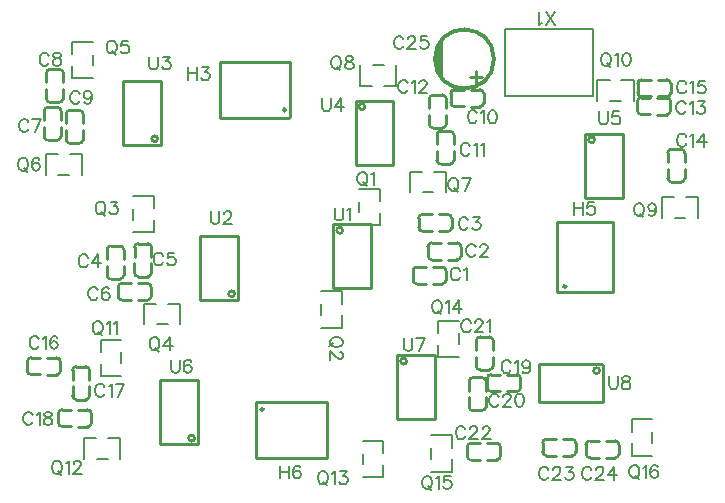
<source format=gto>
G04 Layer: TopSilkscreenLayer*
G04 EasyEDA v6.5.48, 2025-03-06 20:53:55*
G04 c2aac520c91a4c19a6c498b25d38bc05,84066bfdb5964fb78f634a0d0c1972bb,10*
G04 Gerber Generator version 0.2*
G04 Scale: 100 percent, Rotated: No, Reflected: No *
G04 Dimensions in millimeters *
G04 leading zeros omitted , absolute positions ,4 integer and 5 decimal *
%FSLAX45Y45*%
%MOMM*%

%ADD10C,0.1524*%
%ADD11C,0.2540*%
%ADD12C,0.3000*%

%LPD*%
D10*
X3385472Y3969349D02*
G01*
X3380138Y3979763D01*
X3369724Y3990177D01*
X3359564Y3995257D01*
X3338736Y3995257D01*
X3328322Y3990177D01*
X3317908Y3979763D01*
X3312574Y3969349D01*
X3307494Y3953855D01*
X3307494Y3927693D01*
X3312574Y3912199D01*
X3317908Y3901785D01*
X3328322Y3891371D01*
X3338736Y3886291D01*
X3359564Y3886291D01*
X3369724Y3891371D01*
X3380138Y3901785D01*
X3385472Y3912199D01*
X3424842Y3969349D02*
G01*
X3424842Y3974429D01*
X3430176Y3984843D01*
X3435256Y3990177D01*
X3445670Y3995257D01*
X3466498Y3995257D01*
X3476912Y3990177D01*
X3481992Y3984843D01*
X3487326Y3974429D01*
X3487326Y3964269D01*
X3481992Y3953855D01*
X3471578Y3938107D01*
X3419762Y3886291D01*
X3492406Y3886291D01*
X3589180Y3995257D02*
G01*
X3537110Y3995257D01*
X3532030Y3948521D01*
X3537110Y3953855D01*
X3552604Y3958935D01*
X3568352Y3958935D01*
X3583846Y3953855D01*
X3594260Y3943441D01*
X3599594Y3927693D01*
X3599594Y3917279D01*
X3594260Y3901785D01*
X3583846Y3891371D01*
X3568352Y3886291D01*
X3552604Y3886291D01*
X3537110Y3891371D01*
X3532030Y3896705D01*
X3526696Y3907119D01*
X300428Y1426933D02*
G01*
X295094Y1437347D01*
X284680Y1447761D01*
X274520Y1452841D01*
X253692Y1452841D01*
X243278Y1447761D01*
X232864Y1437347D01*
X227530Y1426933D01*
X222450Y1411185D01*
X222450Y1385277D01*
X227530Y1369783D01*
X232864Y1359369D01*
X243278Y1348955D01*
X253692Y1343875D01*
X274520Y1343875D01*
X284680Y1348955D01*
X295094Y1359369D01*
X300428Y1369783D01*
X334718Y1432013D02*
G01*
X345132Y1437347D01*
X360626Y1452841D01*
X360626Y1343875D01*
X457400Y1437347D02*
G01*
X452066Y1447761D01*
X436572Y1452841D01*
X426158Y1452841D01*
X410410Y1447761D01*
X400250Y1432013D01*
X394916Y1406105D01*
X394916Y1380197D01*
X400250Y1359369D01*
X410410Y1348955D01*
X426158Y1343875D01*
X431238Y1343875D01*
X446986Y1348955D01*
X457400Y1359369D01*
X462480Y1374863D01*
X462480Y1380197D01*
X457400Y1395691D01*
X446986Y1406105D01*
X431238Y1411185D01*
X426158Y1411185D01*
X410410Y1406105D01*
X400250Y1395691D01*
X394916Y1380197D01*
X5776226Y3418022D02*
G01*
X5770892Y3428438D01*
X5760478Y3438855D01*
X5750318Y3443930D01*
X5729490Y3443930D01*
X5719076Y3438855D01*
X5708662Y3428438D01*
X5703328Y3418022D01*
X5698248Y3402279D01*
X5698248Y3376371D01*
X5703328Y3360872D01*
X5708662Y3350463D01*
X5719076Y3340046D01*
X5729490Y3334964D01*
X5750318Y3334964D01*
X5760478Y3340046D01*
X5770892Y3350463D01*
X5776226Y3360872D01*
X5810516Y3423104D02*
G01*
X5820930Y3428438D01*
X5836424Y3443930D01*
X5836424Y3334964D01*
X5881128Y3443930D02*
G01*
X5938278Y3443930D01*
X5907036Y3402279D01*
X5922784Y3402279D01*
X5933198Y3397196D01*
X5938278Y3392114D01*
X5943358Y3376371D01*
X5943358Y3365954D01*
X5938278Y3350463D01*
X5927864Y3340046D01*
X5912370Y3334964D01*
X5896622Y3334964D01*
X5881128Y3340046D01*
X5876048Y3345129D01*
X5870714Y3355538D01*
X5781184Y3142101D02*
G01*
X5775850Y3152515D01*
X5765436Y3162929D01*
X5755276Y3168009D01*
X5734448Y3168009D01*
X5724034Y3162929D01*
X5713620Y3152515D01*
X5708286Y3142101D01*
X5703206Y3126353D01*
X5703206Y3100445D01*
X5708286Y3084951D01*
X5713620Y3074537D01*
X5724034Y3064123D01*
X5734448Y3059043D01*
X5755276Y3059043D01*
X5765436Y3064123D01*
X5775850Y3074537D01*
X5781184Y3084951D01*
X5815474Y3147181D02*
G01*
X5825888Y3152515D01*
X5841382Y3168009D01*
X5841382Y3059043D01*
X5927742Y3168009D02*
G01*
X5875672Y3095365D01*
X5953650Y3095365D01*
X5927742Y3168009D02*
G01*
X5927742Y3059043D01*
X5781906Y3591239D02*
G01*
X5776572Y3601653D01*
X5766158Y3612067D01*
X5755998Y3617147D01*
X5735170Y3617147D01*
X5724756Y3612067D01*
X5714342Y3601653D01*
X5709008Y3591239D01*
X5703928Y3575491D01*
X5703928Y3549583D01*
X5709008Y3534089D01*
X5714342Y3523675D01*
X5724756Y3513261D01*
X5735170Y3508181D01*
X5755998Y3508181D01*
X5766158Y3513261D01*
X5776572Y3523675D01*
X5781906Y3534089D01*
X5816196Y3596319D02*
G01*
X5826610Y3601653D01*
X5842104Y3617147D01*
X5842104Y3508181D01*
X5938878Y3617147D02*
G01*
X5886808Y3617147D01*
X5881728Y3570411D01*
X5886808Y3575491D01*
X5902302Y3580825D01*
X5918050Y3580825D01*
X5933544Y3575491D01*
X5943958Y3565331D01*
X5949038Y3549583D01*
X5949038Y3539169D01*
X5943958Y3523675D01*
X5933544Y3513261D01*
X5918050Y3508181D01*
X5902302Y3508181D01*
X5886808Y3513261D01*
X5881728Y3518341D01*
X5876394Y3528755D01*
X5044292Y3355690D02*
G01*
X5044292Y3277712D01*
X5049372Y3262218D01*
X5059786Y3251804D01*
X5075534Y3246724D01*
X5085948Y3246724D01*
X5101442Y3251804D01*
X5111856Y3262218D01*
X5116936Y3277712D01*
X5116936Y3355690D01*
X5213710Y3355690D02*
G01*
X5161640Y3355690D01*
X5156560Y3308954D01*
X5161640Y3314034D01*
X5177388Y3319368D01*
X5192882Y3319368D01*
X5208376Y3314034D01*
X5218790Y3303874D01*
X5224124Y3288126D01*
X5224124Y3277712D01*
X5218790Y3262218D01*
X5208376Y3251804D01*
X5192882Y3246724D01*
X5177388Y3246724D01*
X5161640Y3251804D01*
X5156560Y3256884D01*
X5151226Y3267298D01*
X3909542Y664024D02*
G01*
X3904208Y674438D01*
X3893794Y684852D01*
X3883634Y689932D01*
X3862806Y689932D01*
X3852392Y684852D01*
X3841978Y674438D01*
X3836644Y664024D01*
X3831564Y648276D01*
X3831564Y622368D01*
X3836644Y606874D01*
X3841978Y596460D01*
X3852392Y586046D01*
X3862806Y580966D01*
X3883634Y580966D01*
X3893794Y586046D01*
X3904208Y596460D01*
X3909542Y606874D01*
X3948912Y664024D02*
G01*
X3948912Y669104D01*
X3954246Y679518D01*
X3959326Y684852D01*
X3969740Y689932D01*
X3990568Y689932D01*
X4000982Y684852D01*
X4006062Y679518D01*
X4011396Y669104D01*
X4011396Y658690D01*
X4006062Y648276D01*
X3995648Y632782D01*
X3943832Y580966D01*
X4016476Y580966D01*
X4056100Y664024D02*
G01*
X4056100Y669104D01*
X4061180Y679518D01*
X4066514Y684852D01*
X4076674Y689932D01*
X4097502Y689932D01*
X4107916Y684852D01*
X4113250Y679518D01*
X4118330Y669104D01*
X4118330Y658690D01*
X4113250Y648276D01*
X4102836Y632782D01*
X4050766Y580966D01*
X4123664Y580966D01*
X4613384Y320758D02*
G01*
X4608050Y331172D01*
X4597636Y341586D01*
X4587476Y346666D01*
X4566648Y346666D01*
X4556234Y341586D01*
X4545820Y331172D01*
X4540486Y320758D01*
X4535406Y305010D01*
X4535406Y279102D01*
X4540486Y263608D01*
X4545820Y253194D01*
X4556234Y242780D01*
X4566648Y237700D01*
X4587476Y237700D01*
X4597636Y242780D01*
X4608050Y253194D01*
X4613384Y263608D01*
X4652754Y320758D02*
G01*
X4652754Y325838D01*
X4658088Y336252D01*
X4663168Y341586D01*
X4673582Y346666D01*
X4694410Y346666D01*
X4704824Y341586D01*
X4709904Y336252D01*
X4715238Y325838D01*
X4715238Y315424D01*
X4709904Y305010D01*
X4699490Y289516D01*
X4647674Y237700D01*
X4720318Y237700D01*
X4765022Y346666D02*
G01*
X4822172Y346666D01*
X4790930Y305010D01*
X4806678Y305010D01*
X4817092Y299930D01*
X4822172Y294850D01*
X4827506Y279102D01*
X4827506Y268688D01*
X4822172Y253194D01*
X4811758Y242780D01*
X4796264Y237700D01*
X4780516Y237700D01*
X4765022Y242780D01*
X4759942Y247860D01*
X4754608Y258274D01*
X4977655Y321510D02*
G01*
X4972321Y331924D01*
X4961907Y342338D01*
X4951747Y347418D01*
X4930919Y347418D01*
X4920505Y342338D01*
X4910091Y331924D01*
X4904757Y321510D01*
X4899677Y305762D01*
X4899677Y279854D01*
X4904757Y264360D01*
X4910091Y253946D01*
X4920505Y243532D01*
X4930919Y238452D01*
X4951747Y238452D01*
X4961907Y243532D01*
X4972321Y253946D01*
X4977655Y264360D01*
X5017025Y321510D02*
G01*
X5017025Y326590D01*
X5022359Y337004D01*
X5027439Y342338D01*
X5037853Y347418D01*
X5058681Y347418D01*
X5069095Y342338D01*
X5074175Y337004D01*
X5079509Y326590D01*
X5079509Y316176D01*
X5074175Y305762D01*
X5063761Y290268D01*
X5011945Y238452D01*
X5084589Y238452D01*
X5170949Y347418D02*
G01*
X5118879Y274774D01*
X5196857Y274774D01*
X5170949Y347418D02*
G01*
X5170949Y238452D01*
X5128900Y1113696D02*
G01*
X5128900Y1035718D01*
X5133980Y1020224D01*
X5144394Y1009810D01*
X5160142Y1004730D01*
X5170556Y1004730D01*
X5186050Y1009810D01*
X5196464Y1020224D01*
X5201544Y1035718D01*
X5201544Y1113696D01*
X5261996Y1113696D02*
G01*
X5246248Y1108616D01*
X5241168Y1098202D01*
X5241168Y1087788D01*
X5246248Y1077374D01*
X5256662Y1072040D01*
X5277490Y1066960D01*
X5292984Y1061880D01*
X5303398Y1051466D01*
X5308732Y1041052D01*
X5308732Y1025304D01*
X5303398Y1014890D01*
X5298318Y1009810D01*
X5282570Y1004730D01*
X5261996Y1004730D01*
X5246248Y1009810D01*
X5241168Y1014890D01*
X5235834Y1025304D01*
X5235834Y1041052D01*
X5241168Y1051466D01*
X5251582Y1061880D01*
X5267076Y1066960D01*
X5287904Y1072040D01*
X5298318Y1077374D01*
X5303398Y1087788D01*
X5303398Y1098202D01*
X5298318Y1108616D01*
X5282570Y1113696D01*
X5261996Y1113696D01*
X2345560Y357294D02*
G01*
X2345560Y248328D01*
X2418204Y357294D02*
G01*
X2418204Y248328D01*
X2345560Y305478D02*
G01*
X2418204Y305478D01*
X2514978Y341800D02*
G01*
X2509644Y352214D01*
X2494150Y357294D01*
X2483736Y357294D01*
X2468242Y352214D01*
X2457828Y336466D01*
X2452494Y310558D01*
X2452494Y284650D01*
X2457828Y263822D01*
X2468242Y253408D01*
X2483736Y248328D01*
X2489070Y248328D01*
X2504564Y253408D01*
X2514978Y263822D01*
X2520058Y279316D01*
X2520058Y284650D01*
X2514978Y300144D01*
X2504564Y310558D01*
X2489070Y315638D01*
X2483736Y315638D01*
X2468242Y310558D01*
X2457828Y300144D01*
X2452494Y284650D01*
X1566527Y3729634D02*
G01*
X1566527Y3620668D01*
X1639171Y3729634D02*
G01*
X1639171Y3620668D01*
X1566527Y3677818D02*
G01*
X1639171Y3677818D01*
X1683875Y3729634D02*
G01*
X1741025Y3729634D01*
X1709783Y3688232D01*
X1725277Y3688232D01*
X1735691Y3682898D01*
X1741025Y3677818D01*
X1746105Y3662070D01*
X1746105Y3651656D01*
X1741025Y3636162D01*
X1730611Y3625748D01*
X1715117Y3620668D01*
X1699369Y3620668D01*
X1683875Y3625748D01*
X1678541Y3631082D01*
X1673461Y3641496D01*
X3390021Y1440748D02*
G01*
X3390021Y1362770D01*
X3395101Y1347276D01*
X3405515Y1336862D01*
X3421263Y1331782D01*
X3431677Y1331782D01*
X3447171Y1336862D01*
X3457585Y1347276D01*
X3462665Y1362770D01*
X3462665Y1440748D01*
X3569853Y1440748D02*
G01*
X3517783Y1331782D01*
X3496955Y1440748D02*
G01*
X3569853Y1440748D01*
X1419753Y1252443D02*
G01*
X1419753Y1174465D01*
X1424833Y1158971D01*
X1435247Y1148557D01*
X1450995Y1143477D01*
X1461409Y1143477D01*
X1476903Y1148557D01*
X1487317Y1158971D01*
X1492397Y1174465D01*
X1492397Y1252443D01*
X1589171Y1236949D02*
G01*
X1583837Y1247363D01*
X1568343Y1252443D01*
X1557929Y1252443D01*
X1542435Y1247363D01*
X1532021Y1231615D01*
X1526687Y1205707D01*
X1526687Y1179799D01*
X1532021Y1158971D01*
X1542435Y1148557D01*
X1557929Y1143477D01*
X1563263Y1143477D01*
X1578757Y1148557D01*
X1589171Y1158971D01*
X1594251Y1174465D01*
X1594251Y1179799D01*
X1589171Y1195293D01*
X1578757Y1205707D01*
X1563263Y1210787D01*
X1557929Y1210787D01*
X1542435Y1205707D01*
X1532021Y1195293D01*
X1526687Y1179799D01*
X2700258Y3466416D02*
G01*
X2700258Y3388438D01*
X2705338Y3372944D01*
X2715752Y3362530D01*
X2731500Y3357450D01*
X2741914Y3357450D01*
X2757408Y3362530D01*
X2767822Y3372944D01*
X2772902Y3388438D01*
X2772902Y3466416D01*
X2859262Y3466416D02*
G01*
X2807192Y3393772D01*
X2885170Y3393772D01*
X2859262Y3466416D02*
G01*
X2859262Y3357450D01*
X1236134Y3820759D02*
G01*
X1236134Y3742781D01*
X1241214Y3727287D01*
X1251628Y3716873D01*
X1267376Y3711793D01*
X1277790Y3711793D01*
X1293284Y3716873D01*
X1303698Y3727287D01*
X1308778Y3742781D01*
X1308778Y3820759D01*
X1353482Y3820759D02*
G01*
X1410632Y3820759D01*
X1379644Y3779103D01*
X1395138Y3779103D01*
X1405552Y3774023D01*
X1410632Y3768943D01*
X1415966Y3753195D01*
X1415966Y3742781D01*
X1410632Y3727287D01*
X1400218Y3716873D01*
X1384724Y3711793D01*
X1369230Y3711793D01*
X1353482Y3716873D01*
X1348402Y3721953D01*
X1343068Y3732367D01*
X1755533Y2513550D02*
G01*
X1755533Y2435572D01*
X1760613Y2420078D01*
X1771027Y2409664D01*
X1786775Y2404584D01*
X1797189Y2404584D01*
X1812683Y2409664D01*
X1823097Y2420078D01*
X1828177Y2435572D01*
X1828177Y2513550D01*
X1867801Y2487642D02*
G01*
X1867801Y2492722D01*
X1872881Y2503136D01*
X1878215Y2508470D01*
X1888629Y2513550D01*
X1909203Y2513550D01*
X1919617Y2508470D01*
X1924951Y2503136D01*
X1930031Y2492722D01*
X1930031Y2482308D01*
X1924951Y2471894D01*
X1914537Y2456400D01*
X1862467Y2404584D01*
X1935365Y2404584D01*
X2804322Y2541668D02*
G01*
X2804322Y2463690D01*
X2809402Y2448196D01*
X2819816Y2437782D01*
X2835564Y2432702D01*
X2845978Y2432702D01*
X2861472Y2437782D01*
X2871886Y2448196D01*
X2876966Y2463690D01*
X2876966Y2541668D01*
X2911256Y2520840D02*
G01*
X2921670Y2526174D01*
X2937418Y2541668D01*
X2937418Y2432702D01*
X3955127Y1568716D02*
G01*
X3949793Y1579130D01*
X3939379Y1589544D01*
X3929219Y1594624D01*
X3908391Y1594624D01*
X3897977Y1589544D01*
X3887563Y1579130D01*
X3882229Y1568716D01*
X3877149Y1552968D01*
X3877149Y1527060D01*
X3882229Y1511566D01*
X3887563Y1501152D01*
X3897977Y1490738D01*
X3908391Y1485658D01*
X3929219Y1485658D01*
X3939379Y1490738D01*
X3949793Y1501152D01*
X3955127Y1511566D01*
X3994497Y1568716D02*
G01*
X3994497Y1573796D01*
X3999831Y1584210D01*
X4004911Y1589544D01*
X4015325Y1594624D01*
X4036153Y1594624D01*
X4046567Y1589544D01*
X4051647Y1584210D01*
X4056981Y1573796D01*
X4056981Y1563382D01*
X4051647Y1552968D01*
X4041233Y1537474D01*
X3989417Y1485658D01*
X4062061Y1485658D01*
X4096351Y1573796D02*
G01*
X4106765Y1579130D01*
X4122259Y1594624D01*
X4122259Y1485658D01*
X4192757Y940318D02*
G01*
X4187423Y950732D01*
X4177009Y961146D01*
X4166849Y966226D01*
X4146021Y966226D01*
X4135607Y961146D01*
X4125193Y950732D01*
X4119859Y940318D01*
X4114779Y924570D01*
X4114779Y898662D01*
X4119859Y883168D01*
X4125193Y872754D01*
X4135607Y862340D01*
X4146021Y857260D01*
X4166849Y857260D01*
X4177009Y862340D01*
X4187423Y872754D01*
X4192757Y883168D01*
X4232127Y940318D02*
G01*
X4232127Y945398D01*
X4237461Y955812D01*
X4242541Y961146D01*
X4252955Y966226D01*
X4273783Y966226D01*
X4284197Y961146D01*
X4289277Y955812D01*
X4294611Y945398D01*
X4294611Y934984D01*
X4289277Y924570D01*
X4278863Y909076D01*
X4227047Y857260D01*
X4299691Y857260D01*
X4365223Y966226D02*
G01*
X4349729Y961146D01*
X4339315Y945398D01*
X4333981Y919490D01*
X4333981Y903996D01*
X4339315Y877834D01*
X4349729Y862340D01*
X4365223Y857260D01*
X4375637Y857260D01*
X4391131Y862340D01*
X4401545Y877834D01*
X4406879Y903996D01*
X4406879Y919490D01*
X4401545Y945398D01*
X4391131Y961146D01*
X4375637Y966226D01*
X4365223Y966226D01*
X4297083Y1222601D02*
G01*
X4291749Y1233015D01*
X4281335Y1243429D01*
X4271175Y1248509D01*
X4250347Y1248509D01*
X4239933Y1243429D01*
X4229519Y1233015D01*
X4224185Y1222601D01*
X4219105Y1206853D01*
X4219105Y1180945D01*
X4224185Y1165451D01*
X4229519Y1155037D01*
X4239933Y1144623D01*
X4250347Y1139543D01*
X4271175Y1139543D01*
X4281335Y1144623D01*
X4291749Y1155037D01*
X4297083Y1165451D01*
X4331373Y1227681D02*
G01*
X4341787Y1233015D01*
X4357281Y1248509D01*
X4357281Y1139543D01*
X4459135Y1212187D02*
G01*
X4454055Y1196693D01*
X4443641Y1186279D01*
X4427893Y1180945D01*
X4422813Y1180945D01*
X4407065Y1186279D01*
X4396905Y1196693D01*
X4391571Y1212187D01*
X4391571Y1217267D01*
X4396905Y1233015D01*
X4407065Y1243429D01*
X4422813Y1248509D01*
X4427893Y1248509D01*
X4443641Y1243429D01*
X4454055Y1233015D01*
X4459135Y1212187D01*
X4459135Y1186279D01*
X4454055Y1160117D01*
X4443641Y1144623D01*
X4427893Y1139543D01*
X4417479Y1139543D01*
X4401985Y1144623D01*
X4396905Y1155037D01*
X246034Y783948D02*
G01*
X240700Y794362D01*
X230286Y804776D01*
X220126Y809856D01*
X199298Y809856D01*
X188884Y804776D01*
X178470Y794362D01*
X173136Y783948D01*
X168056Y768200D01*
X168056Y742292D01*
X173136Y726798D01*
X178470Y716384D01*
X188884Y705970D01*
X199298Y700890D01*
X220126Y700890D01*
X230286Y705970D01*
X240700Y716384D01*
X246034Y726798D01*
X280324Y789028D02*
G01*
X290738Y794362D01*
X306232Y809856D01*
X306232Y700890D01*
X366430Y809856D02*
G01*
X350936Y804776D01*
X345856Y794362D01*
X345856Y783948D01*
X350936Y773534D01*
X361350Y768200D01*
X382178Y763120D01*
X397672Y758040D01*
X408086Y747626D01*
X413166Y737212D01*
X413166Y721464D01*
X408086Y711050D01*
X403006Y705970D01*
X387258Y700890D01*
X366430Y700890D01*
X350936Y705970D01*
X345856Y711050D01*
X340522Y721464D01*
X340522Y737212D01*
X345856Y747626D01*
X356016Y758040D01*
X371764Y763120D01*
X392592Y768200D01*
X403006Y773534D01*
X408086Y783948D01*
X408086Y794362D01*
X403006Y804776D01*
X387258Y809856D01*
X366430Y809856D01*
X855207Y1023853D02*
G01*
X849873Y1034267D01*
X839459Y1044681D01*
X829299Y1049761D01*
X808471Y1049761D01*
X798057Y1044681D01*
X787643Y1034267D01*
X782309Y1023853D01*
X777229Y1008105D01*
X777229Y982197D01*
X782309Y966703D01*
X787643Y956289D01*
X798057Y945875D01*
X808471Y940795D01*
X829299Y940795D01*
X839459Y945875D01*
X849873Y956289D01*
X855207Y966703D01*
X889497Y1028933D02*
G01*
X899911Y1034267D01*
X915405Y1049761D01*
X915405Y940795D01*
X1022339Y1049761D02*
G01*
X970523Y940795D01*
X949695Y1049761D02*
G01*
X1022339Y1049761D01*
X3421453Y3594920D02*
G01*
X3416119Y3605334D01*
X3405705Y3615748D01*
X3395545Y3620828D01*
X3374717Y3620828D01*
X3364303Y3615748D01*
X3353889Y3605334D01*
X3348555Y3594920D01*
X3343475Y3579172D01*
X3343475Y3553264D01*
X3348555Y3537770D01*
X3353889Y3527356D01*
X3364303Y3516942D01*
X3374717Y3511862D01*
X3395545Y3511862D01*
X3405705Y3516942D01*
X3416119Y3527356D01*
X3421453Y3537770D01*
X3455743Y3600000D02*
G01*
X3466157Y3605334D01*
X3481651Y3620828D01*
X3481651Y3511862D01*
X3521275Y3594920D02*
G01*
X3521275Y3600000D01*
X3526355Y3610414D01*
X3531435Y3615748D01*
X3541849Y3620828D01*
X3562677Y3620828D01*
X3573091Y3615748D01*
X3578425Y3610414D01*
X3583505Y3600000D01*
X3583505Y3589586D01*
X3578425Y3579172D01*
X3568011Y3563678D01*
X3515941Y3511862D01*
X3588585Y3511862D01*
X3947812Y3064720D02*
G01*
X3942478Y3075134D01*
X3932064Y3085548D01*
X3921904Y3090628D01*
X3901076Y3090628D01*
X3890662Y3085548D01*
X3880248Y3075134D01*
X3874914Y3064720D01*
X3869834Y3048972D01*
X3869834Y3023064D01*
X3874914Y3007570D01*
X3880248Y2997156D01*
X3890662Y2986742D01*
X3901076Y2981662D01*
X3921904Y2981662D01*
X3932064Y2986742D01*
X3942478Y2997156D01*
X3947812Y3007570D01*
X3982102Y3069800D02*
G01*
X3992516Y3075134D01*
X4008010Y3090628D01*
X4008010Y2981662D01*
X4042300Y3069800D02*
G01*
X4052714Y3075134D01*
X4068208Y3090628D01*
X4068208Y2981662D01*
X4010444Y3339358D02*
G01*
X4005110Y3349772D01*
X3994696Y3360186D01*
X3984536Y3365266D01*
X3963708Y3365266D01*
X3953294Y3360186D01*
X3942880Y3349772D01*
X3937546Y3339358D01*
X3932466Y3323610D01*
X3932466Y3297702D01*
X3937546Y3282208D01*
X3942880Y3271794D01*
X3953294Y3261380D01*
X3963708Y3256300D01*
X3984536Y3256300D01*
X3994696Y3261380D01*
X4005110Y3271794D01*
X4010444Y3282208D01*
X4044734Y3344438D02*
G01*
X4055148Y3349772D01*
X4070642Y3365266D01*
X4070642Y3256300D01*
X4136174Y3365266D02*
G01*
X4120426Y3360186D01*
X4110266Y3344438D01*
X4104932Y3318530D01*
X4104932Y3303036D01*
X4110266Y3276874D01*
X4120426Y3261380D01*
X4136174Y3256300D01*
X4146588Y3256300D01*
X4162082Y3261380D01*
X4172496Y3276874D01*
X4177576Y3303036D01*
X4177576Y3318530D01*
X4172496Y3344438D01*
X4162082Y3360186D01*
X4146588Y3365266D01*
X4136174Y3365266D01*
X644812Y3505306D02*
G01*
X639478Y3515720D01*
X629064Y3526134D01*
X618904Y3531214D01*
X598076Y3531214D01*
X587662Y3526134D01*
X577248Y3515720D01*
X571914Y3505306D01*
X566834Y3489558D01*
X566834Y3463650D01*
X571914Y3448156D01*
X577248Y3437742D01*
X587662Y3427328D01*
X598076Y3422248D01*
X618904Y3422248D01*
X629064Y3427328D01*
X639478Y3437742D01*
X644812Y3448156D01*
X746666Y3494892D02*
G01*
X741332Y3479398D01*
X730918Y3468984D01*
X715424Y3463650D01*
X710344Y3463650D01*
X694596Y3468984D01*
X684182Y3479398D01*
X679102Y3494892D01*
X679102Y3499972D01*
X684182Y3515720D01*
X694596Y3526134D01*
X710344Y3531214D01*
X715424Y3531214D01*
X730918Y3526134D01*
X741332Y3515720D01*
X746666Y3494892D01*
X746666Y3468984D01*
X741332Y3442822D01*
X730918Y3427328D01*
X715424Y3422248D01*
X705010Y3422248D01*
X689516Y3427328D01*
X684182Y3437742D01*
X383814Y3827449D02*
G01*
X378480Y3837863D01*
X368066Y3848277D01*
X357906Y3853357D01*
X337078Y3853357D01*
X326664Y3848277D01*
X316250Y3837863D01*
X310916Y3827449D01*
X305836Y3811701D01*
X305836Y3785793D01*
X310916Y3770299D01*
X316250Y3759885D01*
X326664Y3749471D01*
X337078Y3744391D01*
X357906Y3744391D01*
X368066Y3749471D01*
X378480Y3759885D01*
X383814Y3770299D01*
X444012Y3853357D02*
G01*
X428518Y3848277D01*
X423184Y3837863D01*
X423184Y3827449D01*
X428518Y3817035D01*
X438932Y3811701D01*
X459506Y3806621D01*
X475254Y3801541D01*
X485668Y3791127D01*
X490748Y3780713D01*
X490748Y3764965D01*
X485668Y3754551D01*
X480334Y3749471D01*
X464840Y3744391D01*
X444012Y3744391D01*
X428518Y3749471D01*
X423184Y3754551D01*
X418104Y3764965D01*
X418104Y3780713D01*
X423184Y3791127D01*
X433598Y3801541D01*
X449346Y3806621D01*
X469920Y3811701D01*
X480334Y3817035D01*
X485668Y3827449D01*
X485668Y3837863D01*
X480334Y3848277D01*
X464840Y3853357D01*
X444012Y3853357D01*
X210891Y3265855D02*
G01*
X205557Y3276269D01*
X195143Y3286683D01*
X184983Y3291763D01*
X164155Y3291763D01*
X153741Y3286683D01*
X143327Y3276269D01*
X137993Y3265855D01*
X132913Y3250107D01*
X132913Y3224199D01*
X137993Y3208705D01*
X143327Y3198291D01*
X153741Y3187877D01*
X164155Y3182797D01*
X184983Y3182797D01*
X195143Y3187877D01*
X205557Y3198291D01*
X210891Y3208705D01*
X317825Y3291763D02*
G01*
X266009Y3182797D01*
X245181Y3291763D02*
G01*
X317825Y3291763D01*
X797318Y1840057D02*
G01*
X791984Y1850471D01*
X781570Y1860885D01*
X771410Y1865965D01*
X750582Y1865965D01*
X740168Y1860885D01*
X729754Y1850471D01*
X724420Y1840057D01*
X719340Y1824309D01*
X719340Y1798401D01*
X724420Y1782907D01*
X729754Y1772493D01*
X740168Y1762079D01*
X750582Y1756999D01*
X771410Y1756999D01*
X781570Y1762079D01*
X791984Y1772493D01*
X797318Y1782907D01*
X893838Y1850471D02*
G01*
X888758Y1860885D01*
X873010Y1865965D01*
X862850Y1865965D01*
X847102Y1860885D01*
X836688Y1845137D01*
X831608Y1819229D01*
X831608Y1793321D01*
X836688Y1772493D01*
X847102Y1762079D01*
X862850Y1756999D01*
X867930Y1756999D01*
X883424Y1762079D01*
X893838Y1772493D01*
X899172Y1787987D01*
X899172Y1793321D01*
X893838Y1808815D01*
X883424Y1819229D01*
X867930Y1824309D01*
X862850Y1824309D01*
X847102Y1819229D01*
X836688Y1808815D01*
X831608Y1793321D01*
X1350096Y2135725D02*
G01*
X1344762Y2146139D01*
X1334348Y2156553D01*
X1324188Y2161633D01*
X1303360Y2161633D01*
X1292946Y2156553D01*
X1282532Y2146139D01*
X1277198Y2135725D01*
X1272118Y2119977D01*
X1272118Y2094069D01*
X1277198Y2078575D01*
X1282532Y2068161D01*
X1292946Y2057747D01*
X1303360Y2052667D01*
X1324188Y2052667D01*
X1334348Y2057747D01*
X1344762Y2068161D01*
X1350096Y2078575D01*
X1446616Y2161633D02*
G01*
X1394800Y2161633D01*
X1389466Y2114897D01*
X1394800Y2119977D01*
X1410294Y2125311D01*
X1425788Y2125311D01*
X1441536Y2119977D01*
X1451950Y2109817D01*
X1457030Y2094069D01*
X1457030Y2083655D01*
X1451950Y2068161D01*
X1441536Y2057747D01*
X1425788Y2052667D01*
X1410294Y2052667D01*
X1394800Y2057747D01*
X1389466Y2062827D01*
X1384386Y2073241D01*
X716112Y2118873D02*
G01*
X710778Y2129287D01*
X700364Y2139701D01*
X690204Y2144781D01*
X669376Y2144781D01*
X658962Y2139701D01*
X648548Y2129287D01*
X643214Y2118873D01*
X638134Y2103125D01*
X638134Y2077217D01*
X643214Y2061723D01*
X648548Y2051309D01*
X658962Y2040895D01*
X669376Y2035815D01*
X690204Y2035815D01*
X700364Y2040895D01*
X710778Y2051309D01*
X716112Y2061723D01*
X802218Y2144781D02*
G01*
X750402Y2072137D01*
X828380Y2072137D01*
X802218Y2144781D02*
G01*
X802218Y2035815D01*
X3934150Y2435644D02*
G01*
X3928816Y2446058D01*
X3918402Y2456472D01*
X3908242Y2461552D01*
X3887414Y2461552D01*
X3877000Y2456472D01*
X3866586Y2446058D01*
X3861252Y2435644D01*
X3856172Y2419896D01*
X3856172Y2393988D01*
X3861252Y2378494D01*
X3866586Y2368080D01*
X3877000Y2357666D01*
X3887414Y2352586D01*
X3908242Y2352586D01*
X3918402Y2357666D01*
X3928816Y2368080D01*
X3934150Y2378494D01*
X3978854Y2461552D02*
G01*
X4036004Y2461552D01*
X4004762Y2419896D01*
X4020256Y2419896D01*
X4030670Y2414816D01*
X4036004Y2409736D01*
X4041084Y2393988D01*
X4041084Y2383574D01*
X4036004Y2368080D01*
X4025590Y2357666D01*
X4009842Y2352586D01*
X3994348Y2352586D01*
X3978854Y2357666D01*
X3973520Y2362746D01*
X3968440Y2373160D01*
X3996921Y2206063D02*
G01*
X3991587Y2216477D01*
X3981173Y2226891D01*
X3971013Y2231971D01*
X3950185Y2231971D01*
X3939771Y2226891D01*
X3929357Y2216477D01*
X3924023Y2206063D01*
X3918943Y2190315D01*
X3918943Y2164407D01*
X3924023Y2148913D01*
X3929357Y2138499D01*
X3939771Y2128085D01*
X3950185Y2123005D01*
X3971013Y2123005D01*
X3981173Y2128085D01*
X3991587Y2138499D01*
X3996921Y2148913D01*
X4036291Y2206063D02*
G01*
X4036291Y2211143D01*
X4041625Y2221557D01*
X4046705Y2226891D01*
X4057119Y2231971D01*
X4077947Y2231971D01*
X4088361Y2226891D01*
X4093441Y2221557D01*
X4098775Y2211143D01*
X4098775Y2200729D01*
X4093441Y2190315D01*
X4083027Y2174821D01*
X4031211Y2123005D01*
X4103855Y2123005D01*
X3863390Y2007941D02*
G01*
X3858056Y2018355D01*
X3847642Y2028769D01*
X3837482Y2033849D01*
X3816654Y2033849D01*
X3806240Y2028769D01*
X3795826Y2018355D01*
X3790492Y2007941D01*
X3785412Y1992193D01*
X3785412Y1966285D01*
X3790492Y1950791D01*
X3795826Y1940377D01*
X3806240Y1929963D01*
X3816654Y1924883D01*
X3837482Y1924883D01*
X3847642Y1929963D01*
X3858056Y1940377D01*
X3863390Y1950791D01*
X3897680Y2013021D02*
G01*
X3908094Y2018355D01*
X3923588Y2033849D01*
X3923588Y1924883D01*
X4832139Y2589232D02*
G01*
X4832139Y2480266D01*
X4905037Y2589232D02*
G01*
X4905037Y2480266D01*
X4832139Y2537416D02*
G01*
X4905037Y2537416D01*
X5001557Y2589232D02*
G01*
X4949487Y2589232D01*
X4944407Y2542496D01*
X4949487Y2547830D01*
X4965235Y2552910D01*
X4980729Y2552910D01*
X4996477Y2547830D01*
X5006637Y2537416D01*
X5011971Y2521922D01*
X5011971Y2511508D01*
X5006637Y2495760D01*
X4996477Y2485346D01*
X4980729Y2480266D01*
X4965235Y2480266D01*
X4949487Y2485346D01*
X4944407Y2490680D01*
X4939327Y2501094D01*
X5330997Y361279D02*
G01*
X5320583Y355945D01*
X5310169Y345531D01*
X5305089Y335117D01*
X5299755Y319623D01*
X5299755Y293715D01*
X5305089Y277967D01*
X5310169Y267553D01*
X5320583Y257393D01*
X5330997Y252059D01*
X5351825Y252059D01*
X5362239Y257393D01*
X5372653Y267553D01*
X5377733Y277967D01*
X5383067Y293715D01*
X5383067Y319623D01*
X5377733Y335117D01*
X5372653Y345531D01*
X5362239Y355945D01*
X5351825Y361279D01*
X5330997Y361279D01*
X5346491Y272887D02*
G01*
X5377733Y241645D01*
X5417357Y340451D02*
G01*
X5427771Y345531D01*
X5443265Y361279D01*
X5443265Y252059D01*
X5539785Y345531D02*
G01*
X5534705Y355945D01*
X5519211Y361279D01*
X5508797Y361279D01*
X5493049Y355945D01*
X5482635Y340451D01*
X5477555Y314543D01*
X5477555Y288381D01*
X5482635Y267553D01*
X5493049Y257393D01*
X5508797Y252059D01*
X5513877Y252059D01*
X5529371Y257393D01*
X5539785Y267553D01*
X5545119Y283301D01*
X5545119Y288381D01*
X5539785Y304129D01*
X5529371Y314543D01*
X5513877Y319623D01*
X5508797Y319623D01*
X5493049Y314543D01*
X5482635Y304129D01*
X5477555Y288381D01*
X3576520Y269328D02*
G01*
X3566106Y264248D01*
X3555692Y253834D01*
X3550358Y243420D01*
X3545278Y227926D01*
X3545278Y201764D01*
X3550358Y186270D01*
X3555692Y175856D01*
X3566106Y165442D01*
X3576520Y160362D01*
X3597094Y160362D01*
X3607508Y165442D01*
X3617922Y175856D01*
X3623256Y186270D01*
X3628336Y201764D01*
X3628336Y227926D01*
X3623256Y243420D01*
X3617922Y253834D01*
X3607508Y264248D01*
X3597094Y269328D01*
X3576520Y269328D01*
X3592014Y180936D02*
G01*
X3623256Y149948D01*
X3662626Y248500D02*
G01*
X3673040Y253834D01*
X3688534Y269328D01*
X3688534Y160362D01*
X3785308Y269328D02*
G01*
X3733238Y269328D01*
X3728158Y222592D01*
X3733238Y227926D01*
X3748986Y233006D01*
X3764480Y233006D01*
X3779974Y227926D01*
X3790388Y217512D01*
X3795722Y201764D01*
X3795722Y191350D01*
X3790388Y175856D01*
X3779974Y165442D01*
X3764480Y160362D01*
X3748986Y160362D01*
X3733238Y165442D01*
X3728158Y170776D01*
X3722824Y180936D01*
X3660198Y1756300D02*
G01*
X3649784Y1751220D01*
X3639370Y1740806D01*
X3634290Y1730392D01*
X3629210Y1714898D01*
X3629210Y1688736D01*
X3634290Y1673242D01*
X3639370Y1662828D01*
X3649784Y1652414D01*
X3660198Y1647334D01*
X3681026Y1647334D01*
X3691440Y1652414D01*
X3701854Y1662828D01*
X3706934Y1673242D01*
X3712268Y1688736D01*
X3712268Y1714898D01*
X3706934Y1730392D01*
X3701854Y1740806D01*
X3691440Y1751220D01*
X3681026Y1756300D01*
X3660198Y1756300D01*
X3675946Y1668162D02*
G01*
X3706934Y1636920D01*
X3746558Y1735472D02*
G01*
X3756972Y1740806D01*
X3772466Y1756300D01*
X3772466Y1647334D01*
X3858826Y1756300D02*
G01*
X3806756Y1683656D01*
X3884734Y1683656D01*
X3858826Y1756300D02*
G01*
X3858826Y1647334D01*
X2694124Y309204D02*
G01*
X2683710Y304124D01*
X2673296Y293710D01*
X2667962Y283296D01*
X2662882Y267802D01*
X2662882Y241640D01*
X2667962Y226146D01*
X2673296Y215732D01*
X2683710Y205318D01*
X2694124Y200238D01*
X2714952Y200238D01*
X2725112Y205318D01*
X2735526Y215732D01*
X2740860Y226146D01*
X2745940Y241640D01*
X2745940Y267802D01*
X2740860Y283296D01*
X2735526Y293710D01*
X2725112Y304124D01*
X2714952Y309204D01*
X2694124Y309204D01*
X2709618Y220812D02*
G01*
X2740860Y189824D01*
X2780230Y288376D02*
G01*
X2790644Y293710D01*
X2806392Y309204D01*
X2806392Y200238D01*
X2850842Y309204D02*
G01*
X2907992Y309204D01*
X2877004Y267802D01*
X2892498Y267802D01*
X2902912Y262468D01*
X2907992Y257388D01*
X2913326Y241640D01*
X2913326Y231226D01*
X2907992Y215732D01*
X2897832Y205318D01*
X2882084Y200238D01*
X2866590Y200238D01*
X2850842Y205318D01*
X2845762Y210652D01*
X2840682Y220812D01*
X442371Y397789D02*
G01*
X431957Y392455D01*
X421543Y382041D01*
X416463Y371627D01*
X411129Y356133D01*
X411129Y330225D01*
X416463Y314477D01*
X421543Y304063D01*
X431957Y293649D01*
X442371Y288569D01*
X463199Y288569D01*
X473613Y293649D01*
X484027Y304063D01*
X489107Y314477D01*
X494441Y330225D01*
X494441Y356133D01*
X489107Y371627D01*
X484027Y382041D01*
X473613Y392455D01*
X463199Y397789D01*
X442371Y397789D01*
X457865Y309397D02*
G01*
X489107Y278155D01*
X528731Y376961D02*
G01*
X538891Y382041D01*
X554639Y397789D01*
X554639Y288569D01*
X594009Y371627D02*
G01*
X594009Y376961D01*
X599343Y387375D01*
X604423Y392455D01*
X614837Y397789D01*
X635665Y397789D01*
X646079Y392455D01*
X651159Y387375D01*
X656493Y376961D01*
X656493Y366547D01*
X651159Y356133D01*
X640745Y340639D01*
X588929Y288569D01*
X661573Y288569D01*
X787991Y1578894D02*
G01*
X777577Y1573814D01*
X767163Y1563400D01*
X761829Y1552986D01*
X756749Y1537492D01*
X756749Y1511330D01*
X761829Y1495836D01*
X767163Y1485422D01*
X777577Y1475008D01*
X787991Y1469928D01*
X808819Y1469928D01*
X818979Y1475008D01*
X829393Y1485422D01*
X834727Y1495836D01*
X839807Y1511330D01*
X839807Y1537492D01*
X834727Y1552986D01*
X829393Y1563400D01*
X818979Y1573814D01*
X808819Y1578894D01*
X787991Y1578894D01*
X803485Y1490756D02*
G01*
X834727Y1459514D01*
X874097Y1558066D02*
G01*
X884511Y1563400D01*
X900259Y1578894D01*
X900259Y1469928D01*
X934549Y1558066D02*
G01*
X944709Y1563400D01*
X960457Y1578894D01*
X960457Y1469928D01*
X5090424Y3850634D02*
G01*
X5080010Y3845300D01*
X5069596Y3834886D01*
X5064516Y3824472D01*
X5059182Y3808978D01*
X5059182Y3783070D01*
X5064516Y3767322D01*
X5069596Y3756908D01*
X5080010Y3746494D01*
X5090424Y3741414D01*
X5111252Y3741414D01*
X5121666Y3746494D01*
X5132080Y3756908D01*
X5137160Y3767322D01*
X5142494Y3783070D01*
X5142494Y3808978D01*
X5137160Y3824472D01*
X5132080Y3834886D01*
X5121666Y3845300D01*
X5111252Y3850634D01*
X5090424Y3850634D01*
X5105918Y3762242D02*
G01*
X5137160Y3731000D01*
X5176784Y3829806D02*
G01*
X5186944Y3834886D01*
X5202692Y3850634D01*
X5202692Y3741414D01*
X5268224Y3850634D02*
G01*
X5252476Y3845300D01*
X5242062Y3829806D01*
X5236982Y3803644D01*
X5236982Y3788150D01*
X5242062Y3762242D01*
X5252476Y3746494D01*
X5268224Y3741414D01*
X5278384Y3741414D01*
X5294132Y3746494D01*
X5304546Y3762242D01*
X5309626Y3788150D01*
X5309626Y3803644D01*
X5304546Y3829806D01*
X5294132Y3845300D01*
X5278384Y3850634D01*
X5268224Y3850634D01*
X5370283Y2579103D02*
G01*
X5359869Y2573769D01*
X5349455Y2563609D01*
X5344121Y2553195D01*
X5339041Y2537447D01*
X5339041Y2511539D01*
X5344121Y2496045D01*
X5349455Y2485631D01*
X5359869Y2475217D01*
X5370283Y2469883D01*
X5390857Y2469883D01*
X5401271Y2475217D01*
X5411685Y2485631D01*
X5417019Y2496045D01*
X5422099Y2511539D01*
X5422099Y2537447D01*
X5417019Y2553195D01*
X5411685Y2563609D01*
X5401271Y2573769D01*
X5390857Y2579103D01*
X5370283Y2579103D01*
X5385777Y2490711D02*
G01*
X5417019Y2459469D01*
X5523953Y2542781D02*
G01*
X5518873Y2527033D01*
X5508459Y2516619D01*
X5492711Y2511539D01*
X5487631Y2511539D01*
X5472137Y2516619D01*
X5461723Y2527033D01*
X5456389Y2542781D01*
X5456389Y2547861D01*
X5461723Y2563609D01*
X5472137Y2573769D01*
X5487631Y2579103D01*
X5492711Y2579103D01*
X5508459Y2573769D01*
X5518873Y2563609D01*
X5523953Y2542781D01*
X5523953Y2516619D01*
X5518873Y2490711D01*
X5508459Y2475217D01*
X5492711Y2469883D01*
X5482297Y2469883D01*
X5466803Y2475217D01*
X5461723Y2485631D01*
X2805917Y3824003D02*
G01*
X2795503Y3818669D01*
X2785089Y3808509D01*
X2780009Y3798095D01*
X2774675Y3782347D01*
X2774675Y3756439D01*
X2780009Y3740945D01*
X2785089Y3730531D01*
X2795503Y3720117D01*
X2805917Y3714783D01*
X2826745Y3714783D01*
X2837159Y3720117D01*
X2847319Y3730531D01*
X2852653Y3740945D01*
X2857733Y3756439D01*
X2857733Y3782347D01*
X2852653Y3798095D01*
X2847319Y3808509D01*
X2837159Y3818669D01*
X2826745Y3824003D01*
X2805917Y3824003D01*
X2821411Y3735611D02*
G01*
X2852653Y3704369D01*
X2918185Y3824003D02*
G01*
X2902437Y3818669D01*
X2897357Y3808509D01*
X2897357Y3798095D01*
X2902437Y3787681D01*
X2912851Y3782347D01*
X2933679Y3777267D01*
X2949173Y3771933D01*
X2959587Y3761519D01*
X2964921Y3751359D01*
X2964921Y3735611D01*
X2959587Y3725197D01*
X2954507Y3720117D01*
X2938759Y3714783D01*
X2918185Y3714783D01*
X2902437Y3720117D01*
X2897357Y3725197D01*
X2892023Y3735611D01*
X2892023Y3751359D01*
X2897357Y3761519D01*
X2907771Y3771933D01*
X2923265Y3777267D01*
X2944093Y3782347D01*
X2954507Y3787681D01*
X2959587Y3798095D01*
X2959587Y3808509D01*
X2954507Y3818669D01*
X2938759Y3824003D01*
X2918185Y3824003D01*
X3799182Y2793918D02*
G01*
X3788768Y2788584D01*
X3778354Y2778170D01*
X3773020Y2767756D01*
X3767940Y2752262D01*
X3767940Y2726354D01*
X3773020Y2710606D01*
X3778354Y2700192D01*
X3788768Y2689778D01*
X3799182Y2684698D01*
X3820010Y2684698D01*
X3830170Y2689778D01*
X3840584Y2700192D01*
X3845918Y2710606D01*
X3850998Y2726354D01*
X3850998Y2752262D01*
X3845918Y2767756D01*
X3840584Y2778170D01*
X3830170Y2788584D01*
X3820010Y2793918D01*
X3799182Y2793918D01*
X3814676Y2705526D02*
G01*
X3845918Y2674284D01*
X3958186Y2793918D02*
G01*
X3906116Y2684698D01*
X3885288Y2793918D02*
G01*
X3958186Y2793918D01*
X155790Y2963948D02*
G01*
X145376Y2958868D01*
X134962Y2948454D01*
X129882Y2938040D01*
X124548Y2922546D01*
X124548Y2896384D01*
X129882Y2880890D01*
X134962Y2870476D01*
X145376Y2860062D01*
X155790Y2854982D01*
X176618Y2854982D01*
X187032Y2860062D01*
X197192Y2870476D01*
X202526Y2880890D01*
X207606Y2896384D01*
X207606Y2922546D01*
X202526Y2938040D01*
X197192Y2948454D01*
X187032Y2958868D01*
X176618Y2963948D01*
X155790Y2963948D01*
X171284Y2875556D02*
G01*
X202526Y2844568D01*
X304380Y2948454D02*
G01*
X299046Y2958868D01*
X283552Y2963948D01*
X273138Y2963948D01*
X257644Y2958868D01*
X247230Y2943120D01*
X241896Y2917212D01*
X241896Y2891304D01*
X247230Y2870476D01*
X257644Y2860062D01*
X273138Y2854982D01*
X278472Y2854982D01*
X293966Y2860062D01*
X304380Y2870476D01*
X309460Y2885970D01*
X309460Y2891304D01*
X304380Y2906798D01*
X293966Y2917212D01*
X278472Y2922546D01*
X273138Y2922546D01*
X257644Y2917212D01*
X247230Y2906798D01*
X241896Y2891304D01*
X905471Y3956055D02*
G01*
X895057Y3950721D01*
X884643Y3940307D01*
X879563Y3930147D01*
X874229Y3914399D01*
X874229Y3888491D01*
X879563Y3872997D01*
X884643Y3862583D01*
X895057Y3852169D01*
X905471Y3846835D01*
X926299Y3846835D01*
X936713Y3852169D01*
X946873Y3862583D01*
X952207Y3872997D01*
X957287Y3888491D01*
X957287Y3914399D01*
X952207Y3930147D01*
X946873Y3940307D01*
X936713Y3950721D01*
X926299Y3956055D01*
X905471Y3956055D01*
X920965Y3867663D02*
G01*
X952207Y3836421D01*
X1054061Y3956055D02*
G01*
X1001991Y3956055D01*
X996911Y3909319D01*
X1001991Y3914399D01*
X1017739Y3919733D01*
X1033233Y3919733D01*
X1048727Y3914399D01*
X1059141Y3903985D01*
X1064475Y3888491D01*
X1064475Y3878077D01*
X1059141Y3862583D01*
X1048727Y3852169D01*
X1033233Y3846835D01*
X1017739Y3846835D01*
X1001991Y3852169D01*
X996911Y3857249D01*
X991577Y3867663D01*
X1268796Y1442585D02*
G01*
X1258382Y1437505D01*
X1247968Y1427091D01*
X1242634Y1416677D01*
X1237554Y1400929D01*
X1237554Y1375021D01*
X1242634Y1359527D01*
X1247968Y1349113D01*
X1258382Y1338699D01*
X1268796Y1333365D01*
X1289370Y1333365D01*
X1299784Y1338699D01*
X1310198Y1349113D01*
X1315532Y1359527D01*
X1320612Y1375021D01*
X1320612Y1400929D01*
X1315532Y1416677D01*
X1310198Y1427091D01*
X1299784Y1437505D01*
X1289370Y1442585D01*
X1268796Y1442585D01*
X1284290Y1354193D02*
G01*
X1315532Y1323205D01*
X1406972Y1442585D02*
G01*
X1354902Y1369941D01*
X1432880Y1369941D01*
X1406972Y1442585D02*
G01*
X1406972Y1333365D01*
X810785Y2593385D02*
G01*
X800371Y2588305D01*
X789957Y2577891D01*
X784877Y2567477D01*
X779543Y2551729D01*
X779543Y2525821D01*
X784877Y2510327D01*
X789957Y2499913D01*
X800371Y2489499D01*
X810785Y2484165D01*
X831613Y2484165D01*
X842027Y2489499D01*
X852187Y2499913D01*
X857521Y2510327D01*
X862601Y2525821D01*
X862601Y2551729D01*
X857521Y2567477D01*
X852187Y2577891D01*
X842027Y2588305D01*
X831613Y2593385D01*
X810785Y2593385D01*
X826279Y2504993D02*
G01*
X857521Y2474005D01*
X907305Y2593385D02*
G01*
X964455Y2593385D01*
X933467Y2551729D01*
X948961Y2551729D01*
X959375Y2546649D01*
X964455Y2541315D01*
X969789Y2525821D01*
X969789Y2515407D01*
X964455Y2499913D01*
X954041Y2489499D01*
X938547Y2484165D01*
X923053Y2484165D01*
X907305Y2489499D01*
X902225Y2494579D01*
X896891Y2504993D01*
X2874627Y1413931D02*
G01*
X2869547Y1424091D01*
X2859133Y1434505D01*
X2848719Y1439839D01*
X2833225Y1444919D01*
X2807317Y1444919D01*
X2791569Y1439839D01*
X2781155Y1434505D01*
X2770741Y1424091D01*
X2765661Y1413931D01*
X2765661Y1393103D01*
X2770741Y1382689D01*
X2781155Y1372275D01*
X2791569Y1366941D01*
X2807317Y1361861D01*
X2833225Y1361861D01*
X2848719Y1366941D01*
X2859133Y1372275D01*
X2869547Y1382689D01*
X2874627Y1393103D01*
X2874627Y1413931D01*
X2786489Y1398183D02*
G01*
X2755247Y1366941D01*
X2848719Y1322491D02*
G01*
X2854053Y1322491D01*
X2864467Y1317157D01*
X2869547Y1312077D01*
X2874627Y1301663D01*
X2874627Y1280835D01*
X2869547Y1270421D01*
X2864467Y1265341D01*
X2854053Y1260007D01*
X2843639Y1260007D01*
X2833225Y1265341D01*
X2817477Y1275501D01*
X2765661Y1327571D01*
X2765661Y1254927D01*
X3028520Y2843334D02*
G01*
X3018106Y2838000D01*
X3007692Y2827586D01*
X3002612Y2817426D01*
X2997278Y2801678D01*
X2997278Y2775770D01*
X3002612Y2760276D01*
X3007692Y2749862D01*
X3018106Y2739448D01*
X3028520Y2734114D01*
X3049348Y2734114D01*
X3059762Y2739448D01*
X3070176Y2749862D01*
X3075256Y2760276D01*
X3080590Y2775770D01*
X3080590Y2801678D01*
X3075256Y2817426D01*
X3070176Y2827586D01*
X3059762Y2838000D01*
X3049348Y2843334D01*
X3028520Y2843334D01*
X3044014Y2754942D02*
G01*
X3075256Y2723700D01*
X3114880Y2822506D02*
G01*
X3125040Y2827586D01*
X3140788Y2843334D01*
X3140788Y2734114D01*
X4669137Y4086735D02*
G01*
X4596493Y4195701D01*
X4596493Y4086735D02*
G01*
X4669137Y4195701D01*
X4562203Y4107566D02*
G01*
X4551789Y4102229D01*
X4536041Y4086735D01*
X4536041Y4195701D01*
G36*
X3723081Y3965092D02*
G01*
X3713479Y3955338D01*
X3704488Y3945077D01*
X3696157Y3934256D01*
X3688435Y3922979D01*
X3681425Y3911244D01*
X3675126Y3899103D01*
X3669537Y3886606D01*
X3664762Y3873804D01*
X3662629Y3867302D01*
X3659022Y3854145D01*
X3656177Y3840784D01*
X3654145Y3827272D01*
X3652875Y3813657D01*
X3652469Y3799992D01*
X3652875Y3786327D01*
X3654145Y3772712D01*
X3656177Y3759200D01*
X3659022Y3745839D01*
X3662629Y3732682D01*
X3667048Y3719728D01*
X3672230Y3707079D01*
X3678174Y3694785D01*
X3684828Y3682847D01*
X3692194Y3671315D01*
X3700221Y3660241D01*
X3708908Y3649726D01*
X3718204Y3639667D01*
X3723081Y3634892D01*
G37*
D11*
X4054104Y3650005D02*
G01*
X3952504Y3650005D01*
X4002491Y3599992D02*
G01*
X4002491Y3701592D01*
X370349Y1270208D02*
G01*
X450352Y1270208D01*
X481332Y1159228D02*
G01*
X481332Y1239227D01*
X370349Y1128245D02*
G01*
X450352Y1128245D01*
X312760Y1270792D02*
G01*
X232765Y1270792D01*
X312760Y1128829D02*
G01*
X232765Y1128829D01*
X201782Y1159809D02*
G01*
X201782Y1239812D01*
X5538937Y3624470D02*
G01*
X5618944Y3624470D01*
X5649920Y3513490D02*
G01*
X5649920Y3593490D01*
X5538937Y3482507D02*
G01*
X5618944Y3482507D01*
X5481347Y3625054D02*
G01*
X5401355Y3625054D01*
X5481347Y3483091D02*
G01*
X5401355Y3483091D01*
X5370375Y3514072D02*
G01*
X5370375Y3594074D01*
X5625696Y2926621D02*
G01*
X5625696Y3006623D01*
X5736676Y3037603D02*
G01*
X5656676Y3037603D01*
X5767659Y2926621D02*
G01*
X5767659Y3006623D01*
X5625111Y2869031D02*
G01*
X5625111Y2789036D01*
X5767075Y2869031D02*
G01*
X5767075Y2789036D01*
X5736094Y2758053D02*
G01*
X5656092Y2758053D01*
X5478307Y3330473D02*
G01*
X5398305Y3330473D01*
X5367324Y3441453D02*
G01*
X5367324Y3361453D01*
X5478307Y3472436D02*
G01*
X5398305Y3472436D01*
X5535896Y3329889D02*
G01*
X5615891Y3329889D01*
X5535896Y3471852D02*
G01*
X5615891Y3471852D01*
X5646874Y3440871D02*
G01*
X5646874Y3360869D01*
X4925862Y2626545D02*
G01*
X4925862Y3166549D01*
X5245648Y2626545D02*
G01*
X5245648Y3166549D01*
X4925862Y2626545D02*
G01*
X5245648Y2626545D01*
X4928656Y3167565D02*
G01*
X5246055Y3167565D01*
X4096519Y547735D02*
G01*
X4176522Y547735D01*
X4207502Y436755D02*
G01*
X4207502Y516755D01*
X4096519Y405772D02*
G01*
X4176522Y405772D01*
X4038930Y548319D02*
G01*
X3958935Y548319D01*
X4038930Y406356D02*
G01*
X3958935Y406356D01*
X3927952Y437337D02*
G01*
X3927952Y517339D01*
X4733317Y583031D02*
G01*
X4813320Y583031D01*
X4844300Y472051D02*
G01*
X4844300Y552051D01*
X4733317Y441068D02*
G01*
X4813320Y441068D01*
X4675728Y583615D02*
G01*
X4595733Y583615D01*
X4675728Y441652D02*
G01*
X4595733Y441652D01*
X4564750Y472633D02*
G01*
X4564750Y552635D01*
X5100617Y566531D02*
G01*
X5180619Y566531D01*
X5211599Y455551D02*
G01*
X5211599Y535551D01*
X5100617Y424568D02*
G01*
X5180619Y424568D01*
X5043027Y567115D02*
G01*
X4963033Y567115D01*
X5043027Y425152D02*
G01*
X4963033Y425152D01*
X4932050Y456133D02*
G01*
X4932050Y536135D01*
X4531352Y1214879D02*
G01*
X5071356Y1214879D01*
X4531352Y895093D02*
G01*
X5071356Y895093D01*
X4531352Y1214879D02*
G01*
X4531352Y895093D01*
X5072372Y1212085D02*
G01*
X5072372Y894687D01*
X2140196Y424378D02*
G01*
X2737596Y424378D01*
X2737594Y899378D02*
G01*
X2150094Y899378D01*
X2737596Y896279D02*
G01*
X2737596Y424378D01*
X2140219Y896231D02*
G01*
X2140219Y424378D01*
X2428468Y3778171D02*
G01*
X1831068Y3778171D01*
X1831070Y3303170D02*
G01*
X2418570Y3303170D01*
X1831068Y3306269D02*
G01*
X1831068Y3778171D01*
X2428445Y3306318D02*
G01*
X2428445Y3778171D01*
X3334677Y751453D02*
G01*
X3334677Y1291457D01*
X3654463Y751453D02*
G01*
X3654463Y1291457D01*
X3334677Y751453D02*
G01*
X3654463Y751453D01*
X3337471Y1292473D02*
G01*
X3654869Y1292473D01*
X1647187Y1079901D02*
G01*
X1647187Y539897D01*
X1327401Y1079901D02*
G01*
X1327401Y539897D01*
X1647187Y1079901D02*
G01*
X1327401Y1079901D01*
X1644393Y538881D02*
G01*
X1326995Y538881D01*
X2981276Y2905648D02*
G01*
X2981276Y3445652D01*
X3301062Y2905648D02*
G01*
X3301062Y3445652D01*
X2981276Y2905648D02*
G01*
X3301062Y2905648D01*
X2984070Y3446668D02*
G01*
X3301469Y3446668D01*
X1333987Y3615095D02*
G01*
X1333987Y3075091D01*
X1014201Y3615095D02*
G01*
X1014201Y3075091D01*
X1333987Y3615095D02*
G01*
X1014201Y3615095D01*
X1331193Y3074075D02*
G01*
X1013795Y3074075D01*
X1985484Y2302898D02*
G01*
X1985484Y1762894D01*
X1665698Y2302898D02*
G01*
X1665698Y1762894D01*
X1985484Y2302898D02*
G01*
X1665698Y2302898D01*
X1982690Y1761878D02*
G01*
X1665292Y1761878D01*
X2793177Y1859450D02*
G01*
X2793177Y2399454D01*
X3112963Y1859450D02*
G01*
X3112963Y2399454D01*
X2793177Y1859450D02*
G01*
X3112963Y1859450D01*
X2795971Y2400470D02*
G01*
X3113369Y2400470D01*
X4004274Y1337073D02*
G01*
X4004274Y1417076D01*
X4115254Y1448056D02*
G01*
X4035254Y1448056D01*
X4146237Y1337073D02*
G01*
X4146237Y1417076D01*
X4003690Y1279484D02*
G01*
X4003690Y1199489D01*
X4145653Y1279484D02*
G01*
X4145653Y1199489D01*
X4114672Y1168506D02*
G01*
X4034670Y1168506D01*
X3942676Y992474D02*
G01*
X3942676Y1072476D01*
X4053657Y1103457D02*
G01*
X3973657Y1103457D01*
X4084640Y992474D02*
G01*
X4084640Y1072476D01*
X3942092Y934885D02*
G01*
X3942092Y854890D01*
X4084055Y934885D02*
G01*
X4084055Y854890D01*
X4053075Y823907D02*
G01*
X3973073Y823907D01*
X4208007Y986409D02*
G01*
X4128005Y986409D01*
X4097025Y1097389D02*
G01*
X4097025Y1017389D01*
X4208007Y1128372D02*
G01*
X4128005Y1128372D01*
X4265597Y985824D02*
G01*
X4345592Y985824D01*
X4265597Y1127787D02*
G01*
X4345592Y1127787D01*
X4376574Y1096807D02*
G01*
X4376574Y1016805D01*
X575914Y688510D02*
G01*
X495912Y688510D01*
X464931Y799490D02*
G01*
X464931Y719490D01*
X575914Y830473D02*
G01*
X495912Y830473D01*
X633503Y687925D02*
G01*
X713498Y687925D01*
X633503Y829889D02*
G01*
X713498Y829889D01*
X744481Y798908D02*
G01*
X744481Y718906D01*
X727580Y1027440D02*
G01*
X727580Y947437D01*
X616600Y916457D02*
G01*
X696600Y916457D01*
X585617Y1027440D02*
G01*
X585617Y947437D01*
X728164Y1085029D02*
G01*
X728164Y1165024D01*
X586201Y1085029D02*
G01*
X586201Y1165024D01*
X617181Y1196007D02*
G01*
X697184Y1196007D01*
X3606380Y3384339D02*
G01*
X3606380Y3464341D01*
X3717361Y3495321D02*
G01*
X3637361Y3495321D01*
X3748344Y3384339D02*
G01*
X3748344Y3464341D01*
X3605796Y3326749D02*
G01*
X3605796Y3246754D01*
X3747759Y3326749D02*
G01*
X3747759Y3246754D01*
X3716779Y3215772D02*
G01*
X3636777Y3215772D01*
X3670475Y3078772D02*
G01*
X3670475Y3158774D01*
X3781455Y3189754D02*
G01*
X3701455Y3189754D01*
X3812438Y3078772D02*
G01*
X3812438Y3158774D01*
X3669891Y3021182D02*
G01*
X3669891Y2941187D01*
X3811854Y3021182D02*
G01*
X3811854Y2941187D01*
X3780873Y2910204D02*
G01*
X3700871Y2910204D01*
X3955742Y3539352D02*
G01*
X4035745Y3539352D01*
X4066725Y3428372D02*
G01*
X4066725Y3508372D01*
X3955742Y3397389D02*
G01*
X4035745Y3397389D01*
X3898153Y3539937D02*
G01*
X3818158Y3539937D01*
X3898153Y3397973D02*
G01*
X3818158Y3397973D01*
X3787175Y3428954D02*
G01*
X3787175Y3508956D01*
X673580Y3196937D02*
G01*
X673580Y3116935D01*
X562599Y3085955D02*
G01*
X642599Y3085955D01*
X531616Y3196937D02*
G01*
X531616Y3116935D01*
X674164Y3254527D02*
G01*
X674164Y3334522D01*
X532201Y3254527D02*
G01*
X532201Y3334522D01*
X563181Y3365505D02*
G01*
X643183Y3365505D01*
X505480Y3544036D02*
G01*
X505480Y3464034D01*
X394500Y3433053D02*
G01*
X474499Y3433053D01*
X363517Y3544036D02*
G01*
X363517Y3464034D01*
X506064Y3601626D02*
G01*
X506064Y3681620D01*
X364101Y3601626D02*
G01*
X364101Y3681620D01*
X395081Y3712603D02*
G01*
X475084Y3712603D01*
X344982Y3281669D02*
G01*
X344982Y3361672D01*
X455963Y3392652D02*
G01*
X375963Y3392652D01*
X486945Y3281669D02*
G01*
X486945Y3361672D01*
X344398Y3224080D02*
G01*
X344398Y3144085D01*
X486361Y3224080D02*
G01*
X486361Y3144085D01*
X455381Y3113102D02*
G01*
X375378Y3113102D01*
X1081618Y1758975D02*
G01*
X1001615Y1758975D01*
X970635Y1869955D02*
G01*
X970635Y1789955D01*
X1081618Y1900938D02*
G01*
X1001615Y1900938D01*
X1139207Y1758391D02*
G01*
X1219202Y1758391D01*
X1139207Y1900354D02*
G01*
X1219202Y1900354D01*
X1250185Y1869373D02*
G01*
X1250185Y1789371D01*
X1251384Y2068708D02*
G01*
X1251384Y1988705D01*
X1140404Y1957725D02*
G01*
X1220403Y1957725D01*
X1109421Y2068708D02*
G01*
X1109421Y1988705D01*
X1251968Y2126297D02*
G01*
X1251968Y2206292D01*
X1110005Y2126297D02*
G01*
X1110005Y2206292D01*
X1140985Y2237275D02*
G01*
X1220988Y2237275D01*
X876985Y2106642D02*
G01*
X876985Y2186645D01*
X987966Y2217625D02*
G01*
X907966Y2217625D01*
X1018948Y2106642D02*
G01*
X1018948Y2186645D01*
X876401Y2049053D02*
G01*
X876401Y1969058D01*
X1018364Y2049053D02*
G01*
X1018364Y1969058D01*
X987384Y1938075D02*
G01*
X907381Y1938075D01*
X3683947Y2483472D02*
G01*
X3763949Y2483472D01*
X3794930Y2372492D02*
G01*
X3794930Y2452491D01*
X3683947Y2341509D02*
G01*
X3763949Y2341509D01*
X3626358Y2484056D02*
G01*
X3546363Y2484056D01*
X3626358Y2342093D02*
G01*
X3546363Y2342093D01*
X3515380Y2373073D02*
G01*
X3515380Y2453076D01*
X3704912Y2101888D02*
G01*
X3624910Y2101888D01*
X3593929Y2212868D02*
G01*
X3593929Y2132868D01*
X3704912Y2243851D02*
G01*
X3624910Y2243851D01*
X3762502Y2101303D02*
G01*
X3842496Y2101303D01*
X3762502Y2243267D02*
G01*
X3842496Y2243267D01*
X3873479Y2212286D02*
G01*
X3873479Y2132284D01*
X3635646Y2038286D02*
G01*
X3715649Y2038286D01*
X3746629Y1927306D02*
G01*
X3746629Y2007306D01*
X3635646Y1896323D02*
G01*
X3715649Y1896323D01*
X3578057Y2038870D02*
G01*
X3498062Y2038870D01*
X3578057Y1896907D02*
G01*
X3498062Y1896907D01*
X3467079Y1927887D02*
G01*
X3467079Y2007890D01*
X5161076Y1825688D02*
G01*
X5161076Y2423088D01*
X4686076Y2423086D02*
G01*
X4686076Y1835586D01*
X4689175Y2423088D02*
G01*
X5161076Y2423088D01*
X4689223Y1825711D02*
G01*
X5161076Y1825711D01*
D10*
X5494477Y748860D02*
G01*
X5319237Y748860D01*
X5319237Y644700D01*
X5494477Y441622D02*
G01*
X5319237Y441622D01*
X5319237Y545782D01*
X5494477Y640781D02*
G01*
X5494477Y549701D01*
X3622271Y305259D02*
G01*
X3797510Y305259D01*
X3797510Y409420D01*
X3622271Y612498D02*
G01*
X3797510Y612498D01*
X3797510Y508337D01*
X3622271Y413339D02*
G01*
X3622271Y504418D01*
X3852875Y1585536D02*
G01*
X3677635Y1585536D01*
X3677635Y1481376D01*
X3852875Y1278298D02*
G01*
X3677635Y1278298D01*
X3677635Y1382458D01*
X3852875Y1477457D02*
G01*
X3852875Y1386377D01*
X3040374Y258742D02*
G01*
X3215614Y258742D01*
X3215614Y362902D01*
X3040374Y565980D02*
G01*
X3215614Y565980D01*
X3215614Y461820D01*
X3040374Y366821D02*
G01*
X3040374Y457901D01*
X990013Y417464D02*
G01*
X990013Y592703D01*
X885852Y592703D01*
X682774Y417464D02*
G01*
X682774Y592703D01*
X786935Y592703D01*
X881933Y417464D02*
G01*
X790854Y417464D01*
X999291Y1424195D02*
G01*
X824052Y1424195D01*
X824052Y1320035D01*
X999291Y1116957D02*
G01*
X824052Y1116957D01*
X824052Y1221117D01*
X999291Y1316116D02*
G01*
X999291Y1225036D01*
X5334683Y3446414D02*
G01*
X5334683Y3621653D01*
X5230522Y3621653D01*
X5027444Y3446414D02*
G01*
X5027444Y3621653D01*
X5131605Y3621653D01*
X5226603Y3446414D02*
G01*
X5135524Y3446414D01*
X5881293Y2452380D02*
G01*
X5881293Y2627619D01*
X5777133Y2627619D01*
X5574055Y2452380D02*
G01*
X5574055Y2627619D01*
X5678215Y2627619D01*
X5773214Y2452380D02*
G01*
X5682134Y2452380D01*
X3019861Y3748079D02*
G01*
X3019861Y3572840D01*
X3124022Y3572840D01*
X3327100Y3748079D02*
G01*
X3327100Y3572840D01*
X3222939Y3572840D01*
X3127941Y3748079D02*
G01*
X3219020Y3748079D01*
X3747594Y2669796D02*
G01*
X3747594Y2845036D01*
X3643434Y2845036D01*
X3440356Y2669796D02*
G01*
X3440356Y2845036D01*
X3544516Y2845036D01*
X3639515Y2669796D02*
G01*
X3548435Y2669796D01*
X664502Y2820098D02*
G01*
X664502Y2995338D01*
X560341Y2995338D01*
X357263Y2820098D02*
G01*
X357263Y2995338D01*
X461424Y2995338D01*
X556422Y2820098D02*
G01*
X465343Y2820098D01*
X756589Y3944721D02*
G01*
X581350Y3944721D01*
X581350Y3840561D01*
X756589Y3637483D02*
G01*
X581350Y3637483D01*
X581350Y3741643D01*
X756589Y3836642D02*
G01*
X756589Y3745562D01*
X1497759Y1552082D02*
G01*
X1497759Y1727321D01*
X1393598Y1727321D01*
X1190520Y1552082D02*
G01*
X1190520Y1727321D01*
X1294681Y1727321D01*
X1389679Y1552082D02*
G01*
X1298600Y1552082D01*
X1095750Y2332906D02*
G01*
X1270990Y2332906D01*
X1270990Y2437066D01*
X1095750Y2640144D02*
G01*
X1270990Y2640144D01*
X1270990Y2535984D01*
X1095750Y2440985D02*
G01*
X1095750Y2532065D01*
X2689674Y1524955D02*
G01*
X2864914Y1524955D01*
X2864914Y1629115D01*
X2689674Y1832193D02*
G01*
X2864914Y1832193D01*
X2864914Y1728033D01*
X2689674Y1633034D02*
G01*
X2689674Y1724113D01*
X3008673Y2394054D02*
G01*
X3183912Y2394054D01*
X3183912Y2498214D01*
X3008673Y2701292D02*
G01*
X3183912Y2701292D01*
X3183912Y2597132D01*
X3008673Y2502133D02*
G01*
X3008673Y2593212D01*
X4242483Y4057497D02*
G01*
X4992497Y4057497D01*
X4992497Y3482492D01*
X4242483Y3482492D01*
X4242483Y4057497D01*
D11*
G75*
G01*
X481335Y1159228D02*
G02*
X450352Y1128245I-30983J0D01*
G75*
G01*
X450352Y1270211D02*
G02*
X481335Y1239228I0J-30983D01*
G75*
G01*
X232766Y1128827D02*
G02*
X201783Y1159810I0J30983D01*
G75*
G01*
X201783Y1239810D02*
G02*
X232766Y1270792I30983J0D01*
G75*
G01*
X5649925Y3513491D02*
G02*
X5618945Y3482508I-30983J0D01*
G75*
G01*
X5618945Y3624473D02*
G02*
X5649925Y3593490I-3J-30983D01*
G75*
G01*
X5401356Y3483089D02*
G02*
X5370375Y3514072I2J30983D01*
G75*
G01*
X5370375Y3594072D02*
G02*
X5401356Y3625055I30983J0D01*
G75*
G01*
X5736676Y3037606D02*
G02*
X5767659Y3006623I0J-30983D01*
G75*
G01*
X5625694Y3006623D02*
G02*
X5656677Y3037606I30983J0D01*
G75*
G01*
X5767078Y2789037D02*
G02*
X5736095Y2758054I-30983J0D01*
G75*
G01*
X5656095Y2758054D02*
G02*
X5625112Y2789037I0J30983D01*
G75*
G01*
X5367322Y3441454D02*
G02*
X5398305Y3472437I30983J0D01*
G75*
G01*
X5398305Y3330471D02*
G02*
X5367322Y3361454I0J30983D01*
G75*
G01*
X5615892Y3471855D02*
G02*
X5646875Y3440872I0J-30983D01*
G75*
G01*
X5646875Y3360872D02*
G02*
X5615892Y3329889I-30983J0D01*
G75*
G01*
X4207505Y436756D02*
G02*
X4176522Y405773I-30983J0D01*
G75*
G01*
X4176522Y547738D02*
G02*
X4207505Y516755I0J-30983D01*
G75*
G01*
X3958935Y406354D02*
G02*
X3927953Y437337I0J30983D01*
G75*
G01*
X3927953Y517337D02*
G02*
X3958935Y548320I30982J0D01*
G75*
G01*
X4844303Y472051D02*
G02*
X4813320Y441068I-30983J0D01*
G75*
G01*
X4813320Y583034D02*
G02*
X4844303Y552051I0J-30983D01*
G75*
G01*
X4595734Y441650D02*
G02*
X4564751Y472633I0J30983D01*
G75*
G01*
X4564751Y552633D02*
G02*
X4595734Y583616I30983J0D01*
G75*
G01*
X5211602Y455552D02*
G02*
X5180620Y424569I-30982J0D01*
G75*
G01*
X5180620Y566534D02*
G02*
X5211602Y535551I0J-30983D01*
G75*
G01*
X4963033Y425150D02*
G02*
X4932050Y456133I0J30983D01*
G75*
G01*
X4932050Y536133D02*
G02*
X4963033Y567116I30983J0D01*
G75*
G01*
X4115255Y1448059D02*
G02*
X4146238Y1417076I0J-30983D01*
G75*
G01*
X4004272Y1417076D02*
G02*
X4035255Y1448059I30983J0D01*
G75*
G01*
X4145656Y1199490D02*
G02*
X4114673Y1168507I-30983J0D01*
G75*
G01*
X4034673Y1168507D02*
G02*
X4003690Y1199490I0J30983D01*
G75*
G01*
X4053657Y1103460D02*
G02*
X4084640Y1072477I0J-30983D01*
G75*
G01*
X3942674Y1072477D02*
G02*
X3973657Y1103460I30983J0D01*
G75*
G01*
X4084058Y854890D02*
G02*
X4053075Y823907I-30983J0D01*
G75*
G01*
X3973076Y823907D02*
G02*
X3942093Y854890I0J30983D01*
G75*
G01*
X4097023Y1097389D02*
G02*
X4128005Y1128372I30982J0D01*
G75*
G01*
X4128005Y986406D02*
G02*
X4097023Y1017389I0J30983D01*
G75*
G01*
X4345592Y1127790D02*
G02*
X4376575Y1096808I0J-30982D01*
G75*
G01*
X4376575Y1016808D02*
G02*
X4345592Y985825I-30983J0D01*
G75*
G01*
X464929Y799490D02*
G02*
X495912Y830473I30983J0D01*
G75*
G01*
X495912Y688508D02*
G02*
X464929Y719491I0J30983D01*
G75*
G01*
X713499Y829892D02*
G02*
X744482Y798909I0J-30983D01*
G75*
G01*
X744482Y718909D02*
G02*
X713499Y687926I-30983J0D01*
G75*
G01*
X616600Y916455D02*
G02*
X585617Y947438I0J30983D01*
G75*
G01*
X727583Y947438D02*
G02*
X696600Y916455I-30983J0D01*
G75*
G01*
X586199Y1165024D02*
G02*
X617182Y1196007I30983J0D01*
G75*
G01*
X697182Y1196007D02*
G02*
X728165Y1165024I0J-30983D01*
G75*
G01*
X3717361Y3495324D02*
G02*
X3748344Y3464342I0J-30982D01*
G75*
G01*
X3606378Y3464342D02*
G02*
X3637361Y3495324I30983J0D01*
G75*
G01*
X3747762Y3246755D02*
G02*
X3716779Y3215772I-30983J0D01*
G75*
G01*
X3636780Y3215772D02*
G02*
X3605797Y3246755I0J30983D01*
G75*
G01*
X3781455Y3189757D02*
G02*
X3812438Y3158774I0J-30983D01*
G75*
G01*
X3670473Y3158774D02*
G02*
X3701456Y3189757I30983J0D01*
G75*
G01*
X3811857Y2941188D02*
G02*
X3780874Y2910205I-30983J0D01*
G75*
G01*
X3700874Y2910205D02*
G02*
X3669891Y2941188I0J30983D01*
G75*
G01*
X4066728Y3428373D02*
G02*
X4035745Y3397390I-30983J0D01*
G75*
G01*
X4035745Y3539355D02*
G02*
X4066728Y3508372I0J-30983D01*
G75*
G01*
X3818158Y3397971D02*
G02*
X3787176Y3428954I0J30983D01*
G75*
G01*
X3787176Y3508954D02*
G02*
X3818158Y3539937I30982J0D01*
G75*
G01*
X562600Y3085953D02*
G02*
X531617Y3116936I0J30983D01*
G75*
G01*
X673583Y3116936D02*
G02*
X642600Y3085953I-30983J0D01*
G75*
G01*
X532199Y3334522D02*
G02*
X563182Y3365505I30983J0D01*
G75*
G01*
X643181Y3365505D02*
G02*
X674164Y3334522I0J-30983D01*
G75*
G01*
X394500Y3433051D02*
G02*
X363517Y3464034I0J30983D01*
G75*
G01*
X505483Y3464034D02*
G02*
X474500Y3433051I-30983J0D01*
G75*
G01*
X364099Y3681621D02*
G02*
X395082Y3712604I30983J0D01*
G75*
G01*
X475082Y3712604D02*
G02*
X506065Y3681621I0J-30983D01*
G75*
G01*
X455963Y3392655D02*
G02*
X486946Y3361672I0J-30983D01*
G75*
G01*
X344980Y3361672D02*
G02*
X375963Y3392655I30983J0D01*
G75*
G01*
X486364Y3144086D02*
G02*
X455381Y3113103I-30983J0D01*
G75*
G01*
X375382Y3113103D02*
G02*
X344399Y3144086I0J30983D01*
G75*
G01*
X970633Y1869956D02*
G02*
X1001616Y1900939I30983J0D01*
G75*
G01*
X1001616Y1758973D02*
G02*
X970633Y1789956I0J30983D01*
G75*
G01*
X1219203Y1900357D02*
G02*
X1250185Y1869374I0J-30983D01*
G75*
G01*
X1250185Y1789374D02*
G02*
X1219203Y1758391I-30982J0D01*
G75*
G01*
X1140404Y1957723D02*
G02*
X1109421Y1988706I0J30983D01*
G75*
G01*
X1251387Y1988706D02*
G02*
X1220404Y1957723I-30983J0D01*
G75*
G01*
X1110003Y2206292D02*
G02*
X1140986Y2237275I30983J0D01*
G75*
G01*
X1220986Y2237275D02*
G02*
X1251969Y2206292I0J-30983D01*
G75*
G01*
X987966Y2217628D02*
G02*
X1018949Y2186645I0J-30983D01*
G75*
G01*
X876983Y2186645D02*
G02*
X907966Y2217628I30983J0D01*
G75*
G01*
X1018367Y1969059D02*
G02*
X987384Y1938076I-30983J0D01*
G75*
G01*
X907385Y1938076D02*
G02*
X876402Y1969059I0J30983D01*
G75*
G01*
X3794933Y2372492D02*
G02*
X3763950Y2341509I-30983J0D01*
G75*
G01*
X3763950Y2483475D02*
G02*
X3794933Y2452492I0J-30983D01*
G75*
G01*
X3546363Y2342091D02*
G02*
X3515380Y2373074I0J30983D01*
G75*
G01*
X3515380Y2453074D02*
G02*
X3546363Y2484057I30983J0D01*
G75*
G01*
X3593927Y2212868D02*
G02*
X3624910Y2243851I30983J0D01*
G75*
G01*
X3624910Y2101886D02*
G02*
X3593927Y2132868I0J30982D01*
G75*
G01*
X3842497Y2243270D02*
G02*
X3873480Y2212287I0J-30983D01*
G75*
G01*
X3873480Y2132287D02*
G02*
X3842497Y2101304I-30983J0D01*
G75*
G01*
X3746632Y1927306D02*
G02*
X3715649Y1896323I-30983J0D01*
G75*
G01*
X3715649Y2038289D02*
G02*
X3746632Y2007306I0J-30983D01*
G75*
G01*
X3498063Y1896905D02*
G02*
X3467080Y1927888I0J30983D01*
G75*
G01*
X3467080Y2007888D02*
G02*
X3498063Y2038871I30983J0D01*
D12*
G75*
G01
X4152494Y3799992D02*
G03X4152494Y3799992I-250012J0D01*
D11*
G75*
G01
X5004918Y3116732D02*
G03X5004918Y3116732I-25400J0D01*
G75*
G01
X5047031Y1161237D02*
G03X5047031Y1161237I-25400J0D01*
G75*
G01
X2202612Y833704D02*
G03X2202612Y833704I-12497J0D01*
G75*
G01
X2391054Y3368802D02*
G03X2391054Y3368802I-12497J0D01*
G75*
G01
X3413709Y1241654D02*
G03X3413709Y1241654I-25400J0D01*
G75*
G01
X1619021Y589686D02*
G03X1619021Y589686I-25400J0D01*
G75*
G01
X3060294Y3395853D02*
G03X3060294Y3395853I-25400J0D01*
G75*
G01
X1305839Y3124860D02*
G03X1305839Y3124860I-25400J0D01*
G75*
G01
X1957324Y1812671D02*
G03X1957324Y1812671I-25400J0D01*
G75*
G01
X2872181Y2349627D02*
G03X2872181Y2349627I-25400J0D01*
G75*
G01
X4764303Y1875587D02*
G03X4764303Y1875587I-12497J0D01*
M02*

</source>
